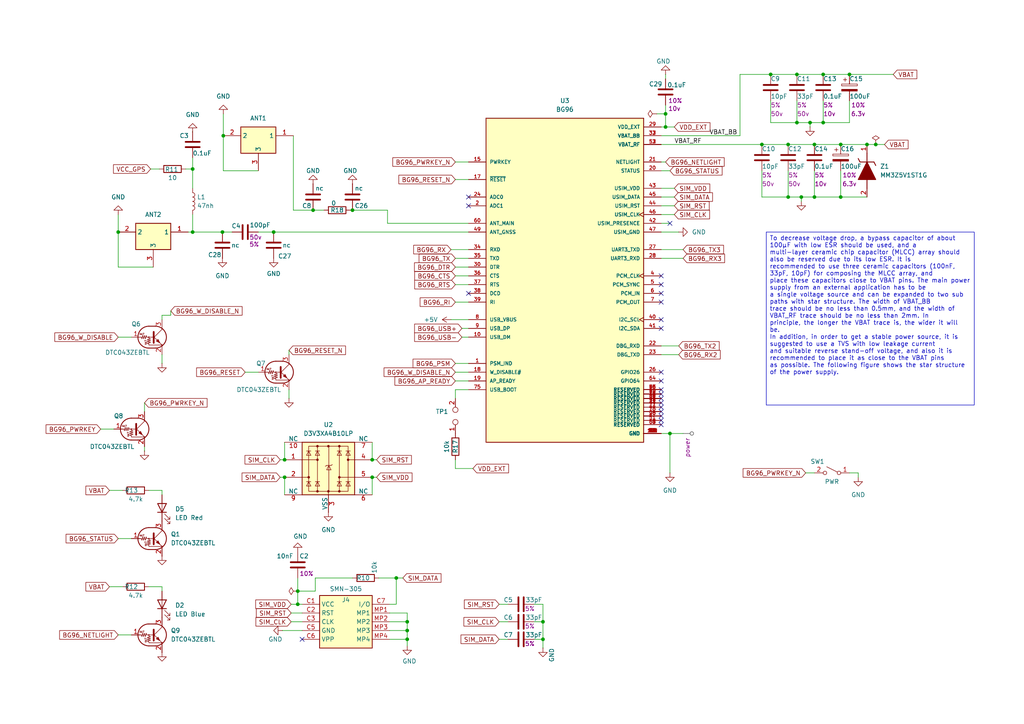
<source format=kicad_sch>
(kicad_sch (version 20231120) (generator "eeschema") (generator_version "8.0")
  (paper "A4")
  (title_block (title "Ivor GPS Tracker") (date "2024-08-24") (rev "1.5"))
  (junction (at 79.375 67.31))
  (junction (at 246.38 21.59))
  (junction (at 34.29 67.31))
  (junction (at 157.48 185.42))
  (junction (at 107.95 138.43))
  (junction (at 64.516 67.31))
  (junction (at 236.22 41.91))
  (junction (at 90.805 60.96))
  (junction (at 231.14 35.56))
  (junction (at 157.48 180.34))
  (junction (at 82.55 138.43))
  (junction (at 254 41.91))
  (junction (at 64.77 39.37))
  (junction (at 86.36 175.26))
  (junction (at 118.11 180.34))
  (junction (at 102.235 60.96))
  (junction (at 236.22 57.15))
  (junction (at 194.31 125.73))
  (junction (at 193.04 36.83))
  (junction (at 228.6 57.15))
  (junction (at 114.935 167.64))
  (junction (at 231.14 21.59))
  (junction (at 251.46 41.91))
  (junction (at 243.84 57.15))
  (junction (at 232.41 57.15))
  (junction (at 86.36 171.45))
  (junction (at 107.95 133.35))
  (junction (at 238.76 35.56))
  (junction (at 193.04 33.02))
  (junction (at 82.55 133.35))
  (junction (at 243.84 41.91))
  (junction (at 55.88 67.31))
  (junction (at 118.11 182.88))
  (junction (at 238.76 21.59))
  (junction (at 234.95 35.56))
  (junction (at 118.11 185.42))
  (junction (at 223.52 21.59))
  (junction (at 228.6 41.91))
  (junction (at 220.98 41.91))
  (junction (at 55.88 49.022))
  (no_connect (at 191.77 92.71))
  (no_connect (at 87.63 185.42))
  (no_connect (at 191.77 116.84))
  (no_connect (at 135.89 85.09))
  (no_connect (at 191.77 85.09))
  (no_connect (at 191.77 113.03))
  (no_connect (at 191.77 114.3))
  (no_connect (at 191.77 82.55))
  (no_connect (at 191.77 118.11))
  (no_connect (at 191.77 80.01))
  (no_connect (at 191.77 87.63))
  (no_connect (at 191.77 123.19))
  (no_connect (at 191.77 95.25))
  (no_connect (at 191.77 115.57))
  (no_connect (at 191.77 121.92))
  (no_connect (at 191.77 110.49))
  (no_connect (at 191.77 120.65))
  (no_connect (at 135.89 59.69))
  (no_connect (at 191.77 119.38))
  (no_connect (at 191.77 107.95))
  (no_connect (at 194.31 64.77))
  (no_connect (at 135.89 57.15))
  (wire (pts (xy 194.31 125.73) (xy 191.77 125.73)))
  (wire (pts (xy 196.85 100.33) (xy 191.77 100.33)))
  (wire (pts (xy 118.11 182.88) (xy 118.11 185.42)))
  (wire (pts (xy 154.94 175.26) (xy 157.48 175.26)))
  (wire (pts (xy 198.12 74.93) (xy 191.77 74.93)))
  (wire (pts (xy 34.29 62.23) (xy 34.29 67.31)))
  (wire (pts (xy 130.81 92.71) (xy 135.89 92.71)))
  (wire (pts (xy 238.76 29.21) (xy 238.76 35.56)))
  (wire (pts (xy 135.89 95.25) (xy 133.985 95.25)))
  (wire (pts (xy 84.455 180.34) (xy 87.63 180.34)))
  (wire (pts (xy 118.11 177.8) (xy 118.11 180.34)))
  (wire (pts (xy 234.95 35.56) (xy 238.76 35.56)))
  (wire (pts (xy 86.36 171.45) (xy 86.36 175.26)))
  (wire (pts (xy 81.28 138.43) (xy 82.55 138.43)))
  (wire (pts (xy 236.22 41.91) (xy 243.84 41.91)))
  (wire (pts (xy 114.935 175.26) (xy 113.03 175.26)))
  (wire (pts (xy 234.95 36.83) (xy 234.95 35.56)))
  (wire (pts (xy 31.75 142.24) (xy 35.56 142.24)))
  (wire (pts (xy 112.395 64.77) (xy 135.89 64.77)))
  (wire (pts (xy 53.848 49.022) (xy 55.88 49.022)))
  (wire (pts (xy 55.88 62.23) (xy 55.88 67.31)))
  (wire (pts (xy 228.6 49.53) (xy 228.6 57.15)))
  (wire (pts (xy 114.935 167.64) (xy 114.935 175.26)))
  (wire (pts (xy 109.22 133.35) (xy 107.95 133.35)))
  (wire (pts (xy 191.77 49.53) (xy 194.31 49.53)))
  (wire (pts (xy 154.94 185.42) (xy 157.48 185.42)))
  (wire (pts (xy 64.516 67.31) (xy 67.31 67.31)))
  (wire (pts (xy 214.63 21.59) (xy 214.63 39.37)))
  (wire (pts (xy 223.52 29.21) (xy 223.52 35.56)))
  (wire (pts (xy 107.95 128.27) (xy 107.95 133.35)))
  (wire (pts (xy 79.375 67.31) (xy 74.93 67.31)))
  (wire (pts (xy 113.03 177.8) (xy 118.11 177.8)))
  (wire (pts (xy 214.63 21.59) (xy 223.52 21.59)))
  (wire (pts (xy 251.46 57.15) (xy 243.84 57.15)))
  (wire (pts (xy 191.77 41.91) (xy 220.98 41.91)))
  (wire (pts (xy 243.84 41.91) (xy 251.46 41.91)))
  (wire (pts (xy 132.08 135.89) (xy 132.08 133.35)))
  (wire (pts (xy 223.52 35.56) (xy 231.14 35.56)))
  (wire (pts (xy 109.22 138.43) (xy 107.95 138.43)))
  (wire (pts (xy 46.99 102.87) (xy 46.99 105.41)))
  (wire (pts (xy 43.18 142.24) (xy 46.99 142.24)))
  (wire (pts (xy 191.77 46.99) (xy 193.04 46.99)))
  (wire (pts (xy 154.94 180.34) (xy 157.48 180.34)))
  (wire (pts (xy 84.455 175.26) (xy 86.36 175.26)))
  (wire (pts (xy 193.04 33.02) (xy 193.04 36.83)))
  (wire (pts (xy 64.77 33.02) (xy 64.77 39.37)))
  (wire (pts (xy 31.75 170.18) (xy 35.56 170.18)))
  (wire (pts (xy 191.77 54.61) (xy 195.58 54.61)))
  (wire (pts (xy 194.31 125.73) (xy 194.31 137.16)))
  (wire (pts (xy 191.77 59.69) (xy 195.58 59.69)))
  (wire (pts (xy 231.14 29.21) (xy 231.14 35.56)))
  (wire (pts (xy 246.38 21.59) (xy 259.08 21.59)))
  (wire (pts (xy 233.68 137.16) (xy 236.22 137.16)))
  (wire (pts (xy 132.08 115.57) (xy 132.08 113.03)))
  (wire (pts (xy 251.46 41.91) (xy 254 41.91)))
  (wire (pts (xy 79.375 67.31) (xy 135.89 67.31)))
  (wire (pts (xy 116.84 167.64) (xy 114.935 167.64)))
  (wire (pts (xy 132.08 87.63) (xy 135.89 87.63)))
  (wire (pts (xy 46.99 170.18) (xy 46.99 171.45)))
  (wire (pts (xy 135.89 97.79) (xy 133.985 97.79)))
  (wire (pts (xy 132.08 77.47) (xy 135.89 77.47)))
  (wire (pts (xy 144.78 175.26) (xy 147.32 175.26)))
  (wire (pts (xy 91.44 171.45) (xy 86.36 171.45)))
  (wire (pts (xy 54.61 67.31) (xy 55.88 67.31)))
  (wire (pts (xy 34.29 156.21) (xy 38.1 156.21)))
  (wire (pts (xy 113.03 182.88) (xy 118.11 182.88)))
  (wire (pts (xy 220.98 49.53) (xy 220.98 57.15)))
  (wire (pts (xy 130.81 72.39) (xy 135.89 72.39)))
  (wire (pts (xy 191.77 36.83) (xy 193.04 36.83)))
  (wire (pts (xy 64.77 39.37) (xy 64.77 49.53)))
  (wire (pts (xy 193.04 21.59) (xy 193.04 22.86)))
  (wire (pts (xy 246.38 35.56) (xy 246.38 29.21)))
  (wire (pts (xy 83.82 115.57) (xy 83.82 113.03)))
  (wire (pts (xy 231.14 35.56) (xy 234.95 35.56)))
  (wire (pts (xy 132.08 52.07) (xy 135.89 52.07)))
  (wire (pts (xy 46.99 91.44) (xy 46.99 92.71)))
  (wire (pts (xy 232.41 58.42) (xy 232.41 57.15)))
  (wire (pts (xy 71.12 107.95) (xy 74.93 107.95)))
  (wire (pts (xy 254 41.91) (xy 256.54 41.91)))
  (wire (pts (xy 83.82 101.6) (xy 83.82 102.87)))
  (wire (pts (xy 220.98 57.15) (xy 228.6 57.15)))
  (wire (pts (xy 81.915 182.88) (xy 87.63 182.88)))
  (wire (pts (xy 144.78 180.34) (xy 147.32 180.34)))
  (wire (pts (xy 85.09 39.37) (xy 85.09 60.96)))
  (wire (pts (xy 243.84 49.53) (xy 243.84 57.15)))
  (wire (pts (xy 194.31 64.77) (xy 191.77 64.77)))
  (wire (pts (xy 101.6 60.96) (xy 102.235 60.96)))
  (wire (pts (xy 198.12 125.73) (xy 194.31 125.73)))
  (wire (pts (xy 118.11 180.34) (xy 118.11 182.88)))
  (wire (pts (xy 29.21 124.46) (xy 33.02 124.46)))
  (wire (pts (xy 193.04 30.48) (xy 193.04 33.02)))
  (wire (pts (xy 43.18 170.18) (xy 46.99 170.18)))
  (wire (pts (xy 132.08 110.49) (xy 135.89 110.49)))
  (wire (pts (xy 132.08 46.99) (xy 135.89 46.99)))
  (wire (pts (xy 90.805 60.96) (xy 93.98 60.96)))
  (wire (pts (xy 238.76 21.59) (xy 246.38 21.59)))
  (wire (pts (xy 43.688 49.022) (xy 46.228 49.022)))
  (wire (pts (xy 190.5 33.02) (xy 193.04 33.02)))
  (wire (pts (xy 85.09 60.96) (xy 90.805 60.96)))
  (wire (pts (xy 246.38 137.16) (xy 248.92 137.16)))
  (wire (pts (xy 236.22 57.15) (xy 243.84 57.15)))
  (wire (pts (xy 41.91 130.81) (xy 41.91 129.54)))
  (wire (pts (xy 132.08 135.89) (xy 137.16 135.89)))
  (wire (pts (xy 84.455 177.8) (xy 87.63 177.8)))
  (wire (pts (xy 196.85 102.87) (xy 191.77 102.87)))
  (wire (pts (xy 107.95 138.43) (xy 107.95 143.51)))
  (wire (pts (xy 55.88 38.1) (xy 55.88 38.354)))
  (wire (pts (xy 55.88 45.72) (xy 55.88 49.022)))
  (wire (pts (xy 82.55 128.27) (xy 82.55 133.35)))
  (wire (pts (xy 86.36 167.64) (xy 86.36 171.45)))
  (wire (pts (xy 198.12 72.39) (xy 191.77 72.39)))
  (wire (pts (xy 49.53 91.44) (xy 46.99 91.44)))
  (wire (pts (xy 223.52 21.59) (xy 231.14 21.59)))
  (wire (pts (xy 102.235 60.96) (xy 112.395 60.96)))
  (wire (pts (xy 34.29 67.31) (xy 34.29 77.47)))
  (wire (pts (xy 34.29 184.15) (xy 38.1 184.15)))
  (wire (pts (xy 232.41 57.15) (xy 236.22 57.15)))
  (wire (pts (xy 34.29 97.79) (xy 38.1 97.79)))
  (wire (pts (xy 157.48 185.42) (xy 157.48 187.96)))
  (wire (pts (xy 113.03 185.42) (xy 118.11 185.42)))
  (wire (pts (xy 132.08 113.03) (xy 135.89 113.03)))
  (wire (pts (xy 91.44 167.64) (xy 91.44 171.45)))
  (wire (pts (xy 132.08 74.93) (xy 135.89 74.93)))
  (wire (pts (xy 191.77 67.31) (xy 196.85 67.31)))
  (wire (pts (xy 191.77 39.37) (xy 214.63 39.37)))
  (wire (pts (xy 228.6 41.91) (xy 236.22 41.91)))
  (wire (pts (xy 82.55 138.43) (xy 82.55 143.51)))
  (wire (pts (xy 132.08 107.95) (xy 135.89 107.95)))
  (wire (pts (xy 55.88 49.022) (xy 55.88 54.61)))
  (wire (pts (xy 34.29 77.47) (xy 44.45 77.47)))
  (wire (pts (xy 112.395 60.96) (xy 112.395 64.77)))
  (wire (pts (xy 191.77 62.23) (xy 195.58 62.23)))
  (wire (pts (xy 109.855 167.64) (xy 114.935 167.64)))
  (wire (pts (xy 157.48 180.34) (xy 157.48 185.42)))
  (wire (pts (xy 81.28 133.35) (xy 82.55 133.35)))
  (wire (pts (xy 132.08 105.41) (xy 135.89 105.41)))
  (wire (pts (xy 191.77 57.15) (xy 195.58 57.15)))
  (wire (pts (xy 248.92 137.16) (xy 248.92 138.43)))
  (wire (pts (xy 102.235 167.64) (xy 91.44 167.64)))
  (wire (pts (xy 144.78 185.42) (xy 147.32 185.42)))
  (wire (pts (xy 49.53 90.17) (xy 49.53 91.44)))
  (wire (pts (xy 231.14 21.59) (xy 238.76 21.59)))
  (wire (pts (xy 132.08 82.55) (xy 135.89 82.55)))
  (wire (pts (xy 64.77 49.53) (xy 74.93 49.53)))
  (wire (pts (xy 236.22 49.53) (xy 236.22 57.15)))
  (wire (pts (xy 46.99 142.24) (xy 46.99 143.51)))
  (wire (pts (xy 41.91 116.84) (xy 41.91 119.38)))
  (wire (pts (xy 86.36 175.26) (xy 87.63 175.26)))
  (wire (pts (xy 55.88 67.31) (xy 64.516 67.31)))
  (wire (pts (xy 220.98 41.91) (xy 228.6 41.91)))
  (wire (pts (xy 132.08 80.01) (xy 135.89 80.01)))
  (wire (pts (xy 238.76 35.56) (xy 246.38 35.56)))
  (wire (pts (xy 113.03 180.34) (xy 118.11 180.34)))
  (wire (pts (xy 157.48 175.26) (xy 157.48 180.34)))
  (wire (pts (xy 228.6 57.15) (xy 232.41 57.15)))
  (wire (pts (xy 118.11 185.42) (xy 118.11 187.325)))
  (wire (pts (xy 193.04 36.83) (xy 195.58 36.83)))
  (text_box "To decrease voltage drop, a bypass capacitor of about 100μF with low ESR should be used, and a\nmulti-layer ceramic chip capacitor (MLCC) array should also be reserved due to its low ESR. It is\nrecommended to use three ceramic capacitors (100nF, 33pF, 10pF) for composing the MLCC array, and\nplace these capacitors close to VBAT pins. The main power supply from an external application has to be\na single voltage source and can be expanded to two sub paths with star structure. The width of VBAT_BB\ntrace should be no less than 0.5mm, and the width of VBAT_RF trace should be no less than 2mm. In\nprinciple, the longer the VBAT trace is, the wider it will be.\nIn addition, in order to get a stable power source, it is suggested to use a TVS with low leakage current\nand suitable reverse stand-off voltage, and also it is recommended to place it as close to the VBAT pins\nas possible. The following figure shows the star structure of the power supply." (at 222.25 67.31 0) (size 60.325 50.165) (effects (font (size 1.27 1.27)) (justify left top)))
  (label "VBAT_RF" (at 195.58 41.91 0))
  (label "VBAT_BB" (at 205.74 39.37 0))
  (global_label "BG96_W_DISABLE_N" (shape input) (at 49.53 90.17 0) (property "Intersheetrefs" "${INTERSHEET_REFS}" (effects (hide yes))))
  (global_label "BG96_USB+" (shape input) (at 133.985 95.25 180) (property "Intersheetrefs" "${INTERSHEET_REFS}" (effects (hide yes))))
  (global_label "BG96_NETLIGHT" (shape input) (at 193.04 46.99 0) (property "Intersheetrefs" "${INTERSHEET_REFS}" (effects (hide yes))))
  (global_label "VBAT" (shape input) (at 256.54 41.91 0) (property "Intersheetrefs" "${INTERSHEET_REFS}" (effects (hide yes))))
  (global_label "BG96_TX3" (shape input) (at 198.12 72.39 0) (property "Intersheetrefs" "${INTERSHEET_REFS}" (effects (hide yes))))
  (global_label "SIM_RST" (shape input) (at 109.22 133.35 0) (property "Intersheetrefs" "${INTERSHEET_REFS}" (effects (hide yes))))
  (global_label "SIM_RST" (shape input) (at 84.455 177.8 180) (property "Intersheetrefs" "${INTERSHEET_REFS}" (effects (hide yes))))
  (global_label "VDD_EXT" (shape input) (at 137.16 135.89 0) (property "Intersheetrefs" "${INTERSHEET_REFS}" (effects (hide yes))))
  (global_label "VBAT" (shape input) (at 31.75 142.24 180) (property "Intersheetrefs" "${INTERSHEET_REFS}" (effects (hide yes))))
  (global_label "SIM_CLK" (shape input) (at 195.58 62.23 0) (property "Intersheetrefs" "${INTERSHEET_REFS}" (effects (hide yes))))
  (global_label "BG96_RESET_N" (shape input) (at 83.82 101.6 0) (property "Intersheetrefs" "${INTERSHEET_REFS}" (effects (hide yes))))
  (global_label "BG96_RI" (shape input) (at 132.08 87.63 180) (property "Intersheetrefs" "${INTERSHEET_REFS}" (effects (hide yes))))
  (global_label "SIM_VDD" (shape input) (at 109.22 138.43 0) (property "Intersheetrefs" "${INTERSHEET_REFS}" (effects (hide yes))))
  (global_label "SIM_RST" (shape input) (at 144.78 175.26 180) (property "Intersheetrefs" "${INTERSHEET_REFS}" (effects (hide yes))))
  (global_label "SIM_DATA" (shape input) (at 116.84 167.64 0) (property "Intersheetrefs" "${INTERSHEET_REFS}" (effects (hide yes))))
  (global_label "BG96_NETLIGHT" (shape input) (at 34.29 184.15 180) (property "Intersheetrefs" "${INTERSHEET_REFS}" (effects (hide yes))))
  (global_label "BG96_RESET" (shape input) (at 71.12 107.95 180) (property "Intersheetrefs" "${INTERSHEET_REFS}" (effects (hide yes))))
  (global_label "BG96_W_DISABLE" (shape input) (at 34.29 97.79 180) (property "Intersheetrefs" "${INTERSHEET_REFS}" (effects (hide yes))))
  (global_label "SIM_DATA" (shape input) (at 195.58 57.15 0) (property "Intersheetrefs" "${INTERSHEET_REFS}" (effects (hide yes))))
  (global_label "BG96_CTS" (shape input) (at 132.08 80.01 180) (property "Intersheetrefs" "${INTERSHEET_REFS}" (effects (hide yes))))
  (global_label "BG96_PWRKEY" (shape input) (at 29.21 124.46 180) (property "Intersheetrefs" "${INTERSHEET_REFS}" (effects (hide yes))))
  (global_label "BG96_PWRKEY_N" (shape input) (at 132.08 46.99 180) (property "Intersheetrefs" "${INTERSHEET_REFS}" (effects (hide yes))))
  (global_label "BG96_RX2" (shape input) (at 196.85 102.87 0) (property "Intersheetrefs" "${INTERSHEET_REFS}" (effects (hide yes))))
  (global_label "SIM_CLK" (shape input) (at 81.28 133.35 180) (property "Intersheetrefs" "${INTERSHEET_REFS}" (effects (hide yes))))
  (global_label "BG96_PWRKEY_N" (shape input) (at 41.91 116.84 0) (property "Intersheetrefs" "${INTERSHEET_REFS}" (effects (hide yes))))
  (global_label "BG96_STATUS" (shape input) (at 194.31 49.53 0) (property "Intersheetrefs" "${INTERSHEET_REFS}" (effects (hide yes))))
  (global_label "SIM_CLK" (shape input) (at 144.78 180.34 180) (property "Intersheetrefs" "${INTERSHEET_REFS}" (effects (hide yes))))
  (global_label "BG96_AP_READY" (shape input) (at 132.08 110.49 180) (property "Intersheetrefs" "${INTERSHEET_REFS}" (effects (hide yes))))
  (global_label "BG96_USB-" (shape input) (at 133.985 97.79 180) (property "Intersheetrefs" "${INTERSHEET_REFS}" (effects (hide yes))))
  (global_label "SIM_VDD" (shape input) (at 84.455 175.26 180) (property "Intersheetrefs" "${INTERSHEET_REFS}" (effects (hide yes))))
  (global_label "VBAT" (shape input) (at 31.75 170.18 180) (property "Intersheetrefs" "${INTERSHEET_REFS}" (effects (hide yes))))
  (global_label "BG96_DTR" (shape input) (at 132.08 77.47 180) (property "Intersheetrefs" "${INTERSHEET_REFS}" (effects (hide yes))))
  (global_label "BG96_PSM" (shape input) (at 132.08 105.41 180) (property "Intersheetrefs" "${INTERSHEET_REFS}" (effects (hide yes))))
  (global_label "BG96_PWRKEY_N" (shape input) (at 233.68 137.16 180) (property "Intersheetrefs" "${INTERSHEET_REFS}" (effects (hide yes))))
  (global_label "SIM_RST" (shape input) (at 195.58 59.69 0) (property "Intersheetrefs" "${INTERSHEET_REFS}" (effects (hide yes))))
  (global_label "BG96_RX3" (shape input) (at 198.12 74.93 0) (property "Intersheetrefs" "${INTERSHEET_REFS}" (effects (hide yes))))
  (global_label "SIM_CLK" (shape input) (at 84.455 180.34 180) (property "Intersheetrefs" "${INTERSHEET_REFS}" (effects (hide yes))))
  (global_label "SIM_VDD" (shape input) (at 195.58 54.61 0) (property "Intersheetrefs" "${INTERSHEET_REFS}" (effects (hide yes))))
  (global_label "BG96_RTS" (shape input) (at 132.08 82.55 180) (property "Intersheetrefs" "${INTERSHEET_REFS}" (effects (hide yes))))
  (global_label "BG96_RX" (shape input) (at 130.81 72.39 180) (property "Intersheetrefs" "${INTERSHEET_REFS}" (effects (hide yes))))
  (global_label "VCC_GPS" (shape input) (at 43.688 49.022 180) (property "Intersheetrefs" "${INTERSHEET_REFS}" (effects (hide yes))))
  (global_label "BG96_RESET_N" (shape input) (at 132.08 52.07 180) (property "Intersheetrefs" "${INTERSHEET_REFS}" (effects (hide yes))))
  (global_label "SIM_DATA" (shape input) (at 81.28 138.43 180) (property "Intersheetrefs" "${INTERSHEET_REFS}" (effects (hide yes))))
  (global_label "BG96_TX" (shape input) (at 132.08 74.93 180) (property "Intersheetrefs" "${INTERSHEET_REFS}" (effects (hide yes))))
  (global_label "BG96_STATUS" (shape input) (at 34.29 156.21 180) (property "Intersheetrefs" "${INTERSHEET_REFS}" (effects (hide yes))))
  (global_label "BG96_TX2" (shape input) (at 196.85 100.33 0) (property "Intersheetrefs" "${INTERSHEET_REFS}" (effects (hide yes))))
  (global_label "SIM_DATA" (shape input) (at 144.78 185.42 180) (property "Intersheetrefs" "${INTERSHEET_REFS}" (effects (hide yes))))
  (global_label "VBAT" (shape input) (at 259.08 21.59 0) (property "Intersheetrefs" "${INTERSHEET_REFS}" (effects (hide yes))))
  (global_label "BG96_W_DISABLE_N" (shape input) (at 132.08 107.95 180) (property "Intersheetrefs" "${INTERSHEET_REFS}" (effects (hide yes))))
  (global_label "VDD_EXT" (shape input) (at 195.58 36.83 0) (property "Intersheetrefs" "${INTERSHEET_REFS}" (effects (hide yes))))
  (netclass_flag "" (length 2.54) (shape round) (at 198.12 125.73 270) (property "Netclass" "power" (at 199.39 127 90) (effects (font (italic yes)) (justify right))))
  (symbol (lib_id "Device:C") (at 90.805 57.15 0) (unit 1)
    (property "Reference" "C8" (at 87.63 59.69 0) (effects (justify left)))
    (property "Value" "nc" (at 91.44 54.61 0) (effects (justify left)))
    (property "Footprint" "Capacitor_SMD:C_0402_1005Metric" (effects (hide yes)))
    (property "Tolerance" "5%" (effects (hide yes)))
    (property "Voltage" "50v" (effects (hide yes)))
    (property "LCSC" "C1525" (effects (hide yes)))
    (instances (project "tracker" (path "" (reference "C8") (unit 1))) (project "tracker-pcb" (path "" (reference "C?") (unit 1))))
  )
  (symbol (lib_id "Device:C_Polarized") (at 246.38 25.4 0) (unit 1)
    (property "Reference" "C15" (at 246.38 22.86 0) (effects (justify left)))
    (property "Value" "100uF" (at 246.38 27.94 0) (effects (justify left)))
    (property "Footprint" "Capacitor_Tantalum_SMD:CP_EIA-3528-21_Kemet-B" (effects (hide yes)))
    (property "Tolerance" "10%" (at 248.92 30.48 0))
    (property "Voltage" "6.3v" (at 248.92 33.02 0))
    (property "LCSC" "C782156" (effects (hide yes)))
    (instances (project "tracker" (path "" (reference "C15") (unit 1))) (project "tracker-pcb" (path "" (reference "C?") (unit 1))))
  )
  (symbol (lib_id "Device:C_Polarized") (at 243.84 45.72 0) (unit 1)
    (property "Reference" "C16" (at 243.84 43.18 0) (effects (justify left)))
    (property "Value" "100uF" (at 243.84 48.26 0) (effects (justify left)))
    (property "Footprint" "Capacitor_Tantalum_SMD:CP_EIA-3528-21_Kemet-B" (effects (hide yes)))
    (property "Tolerance" "10%" (at 246.38 50.8 0))
    (property "Voltage" "6.3v" (at 246.38 53.34 0))
    (property "LCSC" "C782156" (effects (hide yes)))
    (instances (project "tracker" (path "" (reference "C16") (unit 1))) (project "tracker-pcb" (path "" (reference "C?") (unit 1))))
  )
  (symbol (lib_id "Transistor_BJT:DTC143E") (at 44.45 156.21 0) (unit 1)
    (property "Reference" "Q1" (at 49.53 154.94 0) (effects (justify left)))
    (property "Value" "DTC043ZEBTL" (at 49.53 157.48 0) (effects (justify left)))
    (property "Footprint" "components:SOTFL50P160X85-3N" (effects (hide yes)))
    (property "LCSC" "C96459" (effects (hide yes)))
  )
  (symbol (lib_id "U_FL-R-SMT-1_10_:U.FL-R-SMT-1_10_") (at 54.61 67.31 180) (unit 1)
    (property "Reference" "ANT2" (at 44.45 62.23 0))
    (property "Value" "U.FL-R-SMT-1_10_" (effects (hide yes)))
    (property "Footprint" "components:RF-SMD_FRF05002-JSS103M" (effects (hide yes)))
    (property "Datasheet" "https://www.hirose.com/product/document?clcode=CL0331-0472-2-10&productname=U.FL-R-SMT-1(10)&series=U.FL&documenttype=2DDrawing&lang=en&documentid=0000940684" (effects (hide yes)))
    (property "Mouser Part Number" "798-U.FL-R-SMT-110" (effects (hide yes)))
    (property "Mouser Price/Stock" "https://www.mouser.co.uk/ProductDetail/Hirose-Connector/U.FL-R-SMT-110?qs=kL1ClTr6oBoOdtqlGQpQrQ%3D%3D" (effects (hide yes)))
    (property "Manufacturer_Name" "Hirose" (effects (hide yes)))
    (property "Manufacturer_Part_Number" "U.FL-R-SMT-1(10)" (effects (hide yes)))
    (property "LCSC" "C88374" (effects (hide yes)))
    (instances (project "tracker" (path "" (reference "ANT2") (unit 1))) (project "tracker-pcb" (path "" (reference "J?") (unit 1))))
  )
  (symbol (lib_id "power:GND") (at 234.95 36.83 0) (unit 1)
    (property "Reference" "#PWR029" (effects (hide yes)))
    (property "Value" "GND" (effects (hide yes)))
    (property "Description" "Power symbol creates a global label with name \"GND\" , ground" (effects (hide yes)))
    (instances (project "tracker" (path "" (reference "#PWR029") (unit 1))) (project "tracker-pcb" (path "" (reference "#PWR?") (unit 1)) (path "" (reference "#PWR?") (unit 1))))
  )
  (symbol (lib_id "Device:C") (at 231.14 25.4 0) (unit 1)
    (property "Reference" "C11" (at 231.14 22.86 0) (effects (justify left)))
    (property "Value" "33pF" (at 231.14 27.94 0) (effects (justify left)))
    (property "Footprint" "Capacitor_SMD:C_0402_1005Metric" (effects (hide yes)))
    (property "Tolerance" "5%" (at 231.14 30.48 0) (effects (justify left)))
    (property "Voltage" "50v" (at 231.14 33.02 0) (effects (justify left)))
    (property "LCSC" "C1562" (effects (hide yes)))
    (instances (project "tracker" (path "" (reference "C11") (unit 1))) (project "tracker-pcb" (path "" (reference "C?") (unit 1))))
  )
  (symbol (lib_id "power:GND") (at 46.99 161.29 0) (unit 1)
    (property "Reference" "#PWR047" (effects (hide yes)))
    (property "Value" "GND" (effects (hide yes)))
    (property "Description" "Power symbol creates a global label with name \"GND\" , ground" (effects (hide yes)))
  )
  (symbol (lib_id "power:GND") (at 157.48 187.96 0) (unit 1)
    (property "Reference" "#PWR023" (effects (hide yes)))
    (property "Value" "GND" (at 160.02 187.96 90) (effects (justify right)))
    (property "Description" "Power symbol creates a global label with name \"GND\" , ground" (effects (hide yes)))
    (instances (project "tracker" (path "" (reference "#PWR023") (unit 1))) (project "tracker-pcb" (path "" (reference "#PWR?") (unit 1)) (path "" (reference "#PWR?") (unit 1))))
  )
  (symbol (lib_id "Device:C") (at 238.76 25.4 0) (unit 1)
    (property "Reference" "C13" (at 238.76 22.86 0) (effects (justify left)))
    (property "Value" "0.1uF" (at 238.76 27.94 0) (effects (justify left)))
    (property "Footprint" "Capacitor_SMD:C_0402_1005Metric" (effects (hide yes)))
    (property "Tolerance" "5%" (at 238.76 30.48 0) (effects (justify left)))
    (property "Voltage" "10v" (at 238.76 33.02 0) (effects (justify left)))
    (property "LCSC" "C1525" (effects (hide yes)))
    (instances (project "tracker" (path "" (reference "C13") (unit 1))) (project "tracker-pcb" (path "" (reference "C?") (unit 1))))
  )
  (symbol (lib_id "Device:R") (at 39.37 142.24 270) (unit 1)
    (property "Reference" "R13" (at 38.1 142.24 90))
    (property "Value" "4.7k" (at 39.37 144.78 90))
    (property "Footprint" "Resistor_SMD:R_0402_1005Metric" (effects (hide yes)))
    (property "LCSC" "C25900" (effects (hide yes)))
  )
  (symbol (lib_id "power:GND") (at 46.99 189.23 0) (unit 1)
    (property "Reference" "#PWR022" (effects (hide yes)))
    (property "Value" "GND" (effects (hide yes)))
    (property "Description" "Power symbol creates a global label with name \"GND\" , ground" (effects (hide yes)))
    (instances (project "tracker" (path "" (reference "#PWR022") (unit 1))) (project "tracker-pcb" (path "" (reference "#PWR?") (unit 1)) (path "" (reference "#PWR?") (unit 1))))
  )
  (symbol (lib_id "Device:LED") (at 46.99 175.26 90) (unit 1)
    (property "Reference" "D2" (at 50.8 175.5775 90) (effects (justify right)))
    (property "Value" "LED Blue" (at 50.8 178.1175 90) (effects (justify right)))
    (property "Footprint" "LED_SMD:LED_0402_1005Metric" (effects (hide yes)))
    (property "LCSC" "C131223" (effects (hide yes)))
    (instances (project "tracker" (path "" (reference "D2") (unit 1))) (project "tracker-pcb" (path "" (reference "D?") (unit 1)) (path "" (reference "D?") (unit 1))))
  )
  (symbol (lib_id "Device:R") (at 106.045 167.64 90) (unit 1)
    (property "Reference" "R10" (at 107.315 167.64 90) (effects (justify left)))
    (property "Value" "10k" (at 108.585 166.37 0) (effects (justify left)))
    (property "Footprint" "Resistor_SMD:R_0402_1005Metric" (effects (hide yes)))
    (property "LCSC" "C25744" (effects (hide yes)))
    (instances (project "tracker" (path "" (reference "R10") (unit 1))) (project "tracker-pcb" (path "" (reference "R?") (unit 1)) (path "" (reference "R?") (unit 1))))
  )
  (symbol (lib_id "Transistor_BJT:DTC143E") (at 81.28 107.95 0) (unit 1)
    (property "Reference" "Q7" (at 74.295 105.41 0) (effects (justify left)))
    (property "Value" "DTC043ZEBTL" (at 68.58 113.03 0) (effects (justify left)))
    (property "Footprint" "components:SOTFL50P160X85-3N" (effects (hide yes)))
    (property "LCSC" "C96459" (effects (hide yes)))
    (instances (project "tracker" (path "" (reference "Q7") (unit 1))) (project "tracker-pcb" (path "" (reference "Q?") (unit 1)) (path "" (reference "Q?") (unit 1)) (path "" (reference "Q?") (unit 1))))
  )
  (symbol (lib_id "BG96:BG96") (at 163.83 80.01 0) (unit 1)
    (property "Reference" "U3" (at 163.83 29.21 0))
    (property "Value" "BG96" (at 163.83 31.75 0))
    (property "Footprint" "RF_GSM:Quectel_BG96" (effects (hide yes)))
    (property "Description" "LTE Cat M1/Cat NB1/EGPRS module; 26.5mm 22.5mm 2.3mm; 3.1g; LGA package; Max. 375Kbps downlink and uplink; Extended temperature range of -40C to +85C." (effects (hide yes)))
    (property "MF" "Quectel" (effects (hide yes)))
    (property "MAXIMUM_PACKAGE_HEIGHT" "2.5mm" (effects (hide yes)))
    (property "Package" "Custom Quectel" (effects (hide yes)))
    (property "Price" "None" (effects (hide yes)))
    (property "Check_prices" "https://www.snapeda.com/parts/BG96/Quectel/view-part/?ref=eda" (effects (hide yes)))
    (property "STANDARD" "Manufacturer Recommendations" (effects (hide yes)))
    (property "PARTREV" "1.4" (effects (hide yes)))
    (property "SnapEDA_Link" "https://www.snapeda.com/parts/BG96/Quectel/view-part/?ref=snap" (effects (hide yes)))
    (property "MP" "BG96" (effects (hide yes)))
    (property "Availability" "In Stock" (effects (hide yes)))
    (property "MANUFACTURER" "Quectel" (effects (hide yes)))
    (property "LCSC" "C3010493" (effects (hide yes)))
    (instances (project "tracker" (path "" (reference "U3") (unit 1))) (project "tracker-pcb" (path "" (reference "U?") (unit 1)) (path "" (reference "U?") (unit 1))))
  )
  (symbol (lib_id "power:GND") (at 248.92 138.43 0) (unit 1)
    (property "Reference" "#PWR035" (effects (hide yes)))
    (property "Value" "GND" (at 248.92 143.51 0))
    (property "Description" "Power symbol creates a global label with name \"GND\" , ground" (effects (hide yes)))
  )
  (symbol (lib_id "Device:C") (at 220.98 45.72 0) (unit 1)
    (property "Reference" "C10" (at 220.98 43.18 0) (effects (justify left)))
    (property "Value" "10pF" (at 220.98 48.26 0) (effects (justify left)))
    (property "Footprint" "Capacitor_SMD:C_0402_1005Metric" (effects (hide yes)))
    (property "Tolerance" "5%" (at 220.98 50.8 0) (effects (justify left)))
    (property "Voltage" "50v" (at 220.98 53.34 0) (effects (justify left)))
    (property "LCSC" "C106199" (effects (hide yes)))
    (instances (project "tracker" (path "" (reference "C10") (unit 1))) (project "tracker-pcb" (path "" (reference "C?") (unit 1))))
  )
  (symbol (lib_id "power:PWR_FLAG") (at 86.36 171.45 90) (unit 1)
    (property "Reference" "#FLG01" (effects (hide yes)))
    (property "Value" "PWR_FLAG" (effects (hide yes)))
    (property "Description" "Special symbol for telling ERC where power comes from" (effects (hide yes)))
    (instances (project "tracker" (path "" (reference "#FLG01") (unit 1))) (project "tracker-pcb" (path "" (reference "#FLG?") (unit 1)) (path "" (reference "#FLG?") (unit 1))))
  )
  (symbol (lib_id "Device:R") (at 132.08 129.54 180) (unit 1)
    (property "Reference" "R17" (at 132.08 129.54 90))
    (property "Value" "10k" (at 129.54 129.54 90))
    (property "Footprint" "Resistor_SMD:R_0402_1005Metric" (effects (hide yes)))
    (property "LCSC" "C25900" (effects (hide yes)))
    (instances (project "tracker" (path "" (reference "R17") (unit 1))) (project "tracker-pcb" (path "" (reference "R?") (unit 1)) (path "" (reference "R?") (unit 1))))
  )
  (symbol (lib_id "Device:C") (at 55.88 41.91 0) (unit 1)
    (property "Reference" "C3" (at 52.07 39.37 0) (effects (justify left)))
    (property "Value" "0.1uF" (at 55.88 44.45 0) (effects (justify left)))
    (property "Footprint" "Capacitor_SMD:C_0402_1005Metric" (effects (hide yes)))
    (property "Tolerance" "5%" (effects (hide yes)))
    (property "Voltage" "50v" (effects (hide yes)))
    (property "LCSC" "C1525" (effects (hide yes)))
    (instances (project "tracker" (path "" (reference "C3") (unit 1))) (project "tracker-pcb" (path "" (reference "C?") (unit 1))))
  )
  (symbol (lib_id "SMN-305:SMN-305") (at 87.63 175.26 0) (unit 1)
    (property "Reference" "J4" (at 100.33 173.99 0))
    (property "Value" "SMN-305" (at 100.33 170.815 0))
    (property "Footprint" "SMN305" (effects (hide yes)))
    (property "Datasheet" "https://datasheet.lcsc.com/szlcsc/XUNPU-SMN-305_C266890.pdf" (effects (hide yes)))
    (property "Description" "6 pin 1.4h hinge nano sim card connector" (effects (hide yes)))
    (property "Height" "1.4" (effects (hide yes)))
    (property "Manufacturer_Name" "Dongguan Xunpu Electronic Technology Co., Ltd." (effects (hide yes)))
    (property "Manufacturer_Part_Number" "SMN-305" (effects (hide yes)))
    (property "LCSC" "C266890" (effects (hide yes)))
  )
  (symbol (lib_id "Transistor_BJT:DTC143E") (at 44.45 97.79 0) (unit 1)
    (property "Reference" "Q6" (at 38.1 93.98 0) (effects (justify left)))
    (property "Value" "DTC043ZEBTL" (at 30.48 102.235 0) (effects (justify left)))
    (property "Footprint" "components:SOTFL50P160X85-3N" (effects (hide yes)))
    (property "LCSC" "C96459" (effects (hide yes)))
    (instances (project "tracker" (path "" (reference "Q6") (unit 1))) (project "tracker-pcb" (path "" (reference "Q?") (unit 1)) (path "" (reference "Q?") (unit 1)) (path "" (reference "Q?") (unit 1))))
  )
  (symbol (lib_id "power:GND") (at 64.516 74.93 0) (unit 1)
    (property "Reference" "#PWR055" (effects (hide yes)))
    (property "Value" "GND" (at 64.516 80.01 0))
    (property "Description" "Power symbol creates a global label with name \"GND\" , ground" (effects (hide yes)))
    (instances (project "tracker" (path "" (reference "#PWR055") (unit 1))) (project "tracker-pcb" (path "" (reference "#PWR?") (unit 1)) (path "" (reference "#PWR?") (unit 1))))
  )
  (symbol (lib_id "Device:C") (at 71.12 67.31 90) (unit 1)
    (property "Reference" "C4" (at 69.85 65.532 90) (effects (justify left)))
    (property "Value" "100pF" (at 78.486 65.278 90) (effects (justify left)))
    (property "Footprint" "Capacitor_SMD:C_0402_1005Metric" (effects (hide yes)))
    (property "Tolerance" "5%" (at 75.184 70.866 90) (effects (justify left)))
    (property "Voltage" "50v" (at 75.946 68.834 90) (effects (justify left)))
    (property "LCSC" "C1546" (effects (hide yes)))
    (instances (project "tracker" (path "" (reference "C4") (unit 1))) (project "tracker-pcb" (path "" (reference "C?") (unit 1))))
  )
  (symbol (lib_id "power:GND") (at 118.11 187.325 0) (unit 1)
    (property "Reference" "#PWR019" (effects (hide yes)))
    (property "Value" "GND" (at 118.745 191.77 0))
    (property "Description" "Power symbol creates a global label with name \"GND\" , ground" (effects (hide yes)))
    (instances (project "tracker" (path "" (reference "#PWR019") (unit 1))) (project "tracker-pcb" (path "" (reference "#PWR?") (unit 1)) (path "" (reference "#PWR?") (unit 1))))
  )
  (symbol (lib_id "power:GND") (at 34.29 62.23 180) (unit 1)
    (property "Reference" "#PWR018" (effects (hide yes)))
    (property "Value" "GND" (at 34.29 57.15 0))
    (property "Description" "Power symbol creates a global label with name \"GND\" , ground" (effects (hide yes)))
    (instances (project "tracker" (path "" (reference "#PWR018") (unit 1))) (project "tracker-pcb" (path "" (reference "#PWR?") (unit 1)) (path "" (reference "#PWR?") (unit 1))))
  )
  (symbol (lib_id "power:GND") (at 194.31 137.16 0) (unit 1)
    (property "Reference" "#PWR028" (effects (hide yes)))
    (property "Value" "GND" (at 194.31 142.24 0))
    (property "Description" "Power symbol creates a global label with name \"GND\" , ground" (effects (hide yes)))
    (instances (project "tracker" (path "" (reference "#PWR028") (unit 1))) (project "tracker-pcb" (path "" (reference "#PWR?") (unit 1)) (path "" (reference "#PWR?") (unit 1))))
  )
  (symbol (lib_id "Power_Protection:D3V3XA4B10LP") (at 95.25 135.89 0) (unit 1)
    (property "Reference" "U2" (at 95.25 123.19 0))
    (property "Value" "D3V3XA4B10LP" (at 95.25 125.73 0))
    (property "Footprint" "Package_DFN_QFN:Diodes_UDFN-10_1.0x2.5mm_P0.5mm" (effects (hide yes)))
    (property "Datasheet" "https://www.diodes.com/assets/Datasheets/D3V3XA4B10LP.pdf" (effects (hide yes)))
    (property "LCSC" "C1980462" (effects (hide yes)))
    (instances (project "tracker" (path "" (reference "U2") (unit 1))) (project "tracker-pcb" (path "" (reference "U?") (unit 1)) (path "" (reference "U?") (unit 1))))
  )
  (symbol (lib_id "power:GND") (at 102.235 53.34 180) (unit 1)
    (property "Reference" "#PWR054" (effects (hide yes)))
    (property "Value" "GND" (at 101.6 49.53 0))
    (property "Description" "Power symbol creates a global label with name \"GND\" , ground" (effects (hide yes)))
    (instances (project "tracker" (path "" (reference "#PWR054") (unit 1))) (project "tracker-pcb" (path "" (reference "#PWR?") (unit 1)) (path "" (reference "#PWR?") (unit 1))))
  )
  (symbol (lib_id "power:GND") (at 81.915 182.88 270) (unit 1)
    (property "Reference" "#PWR013" (effects (hide yes)))
    (property "Value" "GND" (at 81.915 185.42 90) (effects (justify right)))
    (property "Description" "Power symbol creates a global label with name \"GND\" , ground" (effects (hide yes)))
    (instances (project "tracker" (path "" (reference "#PWR013") (unit 1))) (project "tracker-pcb" (path "" (reference "#PWR?") (unit 1)) (path "" (reference "#PWR?") (unit 1))))
  )
  (symbol (lib_id "Device:R") (at 39.37 170.18 270) (unit 1)
    (property "Reference" "R12" (at 38.1 170.18 90))
    (property "Value" "4.7k" (at 39.37 172.72 90))
    (property "Footprint" "Resistor_SMD:R_0402_1005Metric" (effects (hide yes)))
    (property "LCSC" "C25900" (effects (hide yes)))
    (instances (project "tracker" (path "" (reference "R12") (unit 1))) (project "tracker-pcb" (path "" (reference "R?") (unit 1)) (path "" (reference "R?") (unit 1))))
  )
  (symbol (lib_id "Switch:SW_SPST") (at 241.3 137.16 0) (mirror y) (unit 1)
    (property "Reference" "SW1" (at 237.109 133.858 0))
    (property "Value" "PWR" (at 241.3 139.7 0))
    (property "Footprint" "footprints:KEY-SMD_B3U-1000PM" (effects (hide yes)))
    (property "LCSC" "C231329" (effects (hide yes)))
  )
  (symbol (lib_id "Device:C") (at 223.52 25.4 0) (unit 1)
    (property "Reference" "C9" (at 223.52 22.86 0) (effects (justify left)))
    (property "Value" "10pF" (at 223.52 27.94 0) (effects (justify left)))
    (property "Footprint" "Capacitor_SMD:C_0402_1005Metric" (effects (hide yes)))
    (property "Tolerance" "5%" (at 223.52 30.48 0) (effects (justify left)))
    (property "Voltage" "50v" (at 223.52 33.02 0) (effects (justify left)))
    (property "LCSC" "C106199" (effects (hide yes)))
    (instances (project "tracker" (path "" (reference "C9") (unit 1))) (project "tracker-pcb" (path "" (reference "C?") (unit 1))))
  )
  (symbol (lib_id "Device:L") (at 55.88 58.42 0) (unit 1)
    (property "Reference" "L1" (at 57.15 57.15 0) (effects (justify left)))
    (property "Value" "47nh" (at 57.15 59.69 0) (effects (justify left)))
    (property "Footprint" "Inductor_SMD:L_0402_1005Metric_Pad0.77x0.64mm_HandSolder" (effects (hide yes)))
    (property "LCSC" "C29683" (effects (hide yes)))
    (instances (project "tracker" (path "" (reference "L1") (unit 1))) (project "tracker-pcb" (path "" (reference "L?") (unit 1))))
  )
  (symbol (lib_id "Device:R") (at 50.038 49.022 270) (unit 1)
    (property "Reference" "R11" (at 49.784 49.149 90))
    (property "Value" "10" (at 50.038 51.562 90))
    (property "Footprint" "Resistor_SMD:R_0402_1005Metric" (effects (hide yes)))
    (property "LCSC" "C25900" (effects (hide yes)))
    (instances (project "tracker" (path "" (reference "R11") (unit 1))) (project "tracker-pcb" (path "" (reference "R?") (unit 1)) (path "" (reference "R?") (unit 1))))
  )
  (symbol (lib_id "power:GND") (at 55.88 38.354 180) (unit 1)
    (property "Reference" "#PWR020" (effects (hide yes)))
    (property "Value" "GND" (at 55.88 33.274 0))
    (property "Description" "Power symbol creates a global label with name \"GND\" , ground" (effects (hide yes)))
    (instances (project "tracker" (path "" (reference "#PWR020") (unit 1))) (project "tracker-pcb" (path "" (reference "#PWR?") (unit 1)) (path "" (reference "#PWR?") (unit 1))))
  )
  (symbol (lib_id "power:GND") (at 90.805 53.34 180) (unit 1)
    (property "Reference" "#PWR025" (effects (hide yes)))
    (property "Value" "GND" (at 90.805 49.53 0))
    (property "Description" "Power symbol creates a global label with name \"GND\" , ground" (effects (hide yes)))
    (instances (project "tracker" (path "" (reference "#PWR025") (unit 1))) (project "tracker-pcb" (path "" (reference "#PWR?") (unit 1)) (path "" (reference "#PWR?") (unit 1))))
  )
  (symbol (lib_id "power:GND") (at 193.04 21.59 180) (unit 1)
    (property "Reference" "#PWR057" (effects (hide yes)))
    (property "Value" "GND" (at 192.405 17.78 0))
    (property "Description" "Power symbol creates a global label with name \"GND\" , ground" (effects (hide yes)))
    (instances (project "tracker" (path "" (reference "#PWR057") (unit 1))) (project "tracker-pcb" (path "" (reference "#PWR?") (unit 1)) (path "" (reference "#PWR?") (unit 1))))
  )
  (symbol (lib_id "power:GND") (at 95.25 148.59 0) (unit 1)
    (property "Reference" "#PWR024" (effects (hide yes)))
    (property "Value" "GND" (at 95.25 153.67 0))
    (property "Description" "Power symbol creates a global label with name \"GND\" , ground" (effects (hide yes)))
    (instances (project "tracker" (path "" (reference "#PWR024") (unit 1))) (project "tracker-pcb" (path "" (reference "#PWR?") (unit 1)) (path "" (reference "#PWR?") (unit 1))))
  )
  (symbol (lib_id "Device:C") (at 79.375 71.12 0) (unit 1)
    (property "Reference" "C27" (at 80.645 74.295 0) (effects (justify left)))
    (property "Value" "nc" (at 81.915 71.12 0) (effects (justify left)))
    (property "Footprint" "Capacitor_SMD:C_0402_1005Metric" (effects (hide yes)))
    (property "Tolerance" "5%" (effects (hide yes)))
    (property "Voltage" "50v" (effects (hide yes)))
    (property "LCSC" "C1525" (effects (hide yes)))
    (instances (project "tracker" (path "" (reference "C27") (unit 1))) (project "tracker-pcb" (path "" (reference "C?") (unit 1))))
  )
  (symbol (lib_id "Device:C") (at 102.235 57.15 0) (unit 1)
    (property "Reference" "C26" (at 102.87 59.69 0) (effects (justify left)))
    (property "Value" "nc" (at 102.87 54.61 0) (effects (justify left)))
    (property "Footprint" "Capacitor_SMD:C_0402_1005Metric" (effects (hide yes)))
    (property "Tolerance" "5%" (effects (hide yes)))
    (property "Voltage" "50v" (effects (hide yes)))
    (property "LCSC" "C1525" (effects (hide yes)))
    (instances (project "tracker" (path "" (reference "C26") (unit 1))) (project "tracker-pcb" (path "" (reference "C?") (unit 1))))
  )
  (symbol (lib_id "MM3Z5V1ST1G:MM3Z5V1ST1G") (at 251.46 41.91 270) (unit 1)
    (property "Reference" "Z1" (at 255.27 48.26 90) (effects (justify left)))
    (property "Value" "MM3Z5V1ST1G" (at 255.27 50.8 90) (effects (justify left)))
    (property "Footprint" "components:SOD2512X110N" (effects (hide yes)))
    (property "Datasheet" "http://www.onsemi.com/pub/Collateral/MM3Z2V4ST1-D.PDF" (effects (hide yes)))
    (property "Height" "1.1" (effects (hide yes)))
    (property "Mouser Part Number" "863-MM3Z5V1ST1G" (effects (hide yes)))
    (property "Mouser Price/Stock" "https://www.mouser.co.uk/ProductDetail/onsemi/MM3Z5V1ST1G?qs=HVbQlW5zcXXFXX%2FQxsNWFg%3D%3D" (effects (hide yes)))
    (property "Manufacturer_Name" "onsemi" (effects (hide yes)))
    (property "Manufacturer_Part_Number" "MM3Z5V1ST1G" (effects (hide yes)))
    (property "LCSC" "C236206" (effects (hide yes)))
    (instances (project "tracker" (path "" (reference "Z1") (unit 1))) (project "tracker-pcb" (path "" (reference "Z?") (unit 1))))
  )
  (symbol (lib_id "power:GND") (at 79.375 74.93 0) (unit 1)
    (property "Reference" "#PWR056" (effects (hide yes)))
    (property "Value" "GND" (at 79.375 79.375 0))
    (property "Description" "Power symbol creates a global label with name \"GND\" , ground" (effects (hide yes)))
    (instances (project "tracker" (path "" (reference "#PWR056") (unit 1))) (project "tracker-pcb" (path "" (reference "#PWR?") (unit 1)) (path "" (reference "#PWR?") (unit 1))))
  )
  (symbol (lib_id "Device:C") (at 64.516 71.12 0) (unit 1)
    (property "Reference" "C28" (at 60.325 73.914 0) (effects (justify left)))
    (property "Value" "nc" (at 67.056 71.12 0) (effects (justify left)))
    (property "Footprint" "Capacitor_SMD:C_0402_1005Metric" (effects (hide yes)))
    (property "Tolerance" "5%" (effects (hide yes)))
    (property "Voltage" "50v" (effects (hide yes)))
    (property "LCSC" "C1525" (effects (hide yes)))
    (instances (project "tracker" (path "" (reference "C28") (unit 1))) (project "tracker-pcb" (path "" (reference "C?") (unit 1))))
  )
  (symbol (lib_id "U_FL-R-SMT-1_10_:U.FL-R-SMT-1_10_") (at 85.09 39.37 180) (unit 1)
    (property "Reference" "ANT1" (at 74.93 34.29 0))
    (property "Value" "U.FL-R-SMT-1_10_" (effects (hide yes)))
    (property "Footprint" "components:RF-SMD_FRF05002-JSS103M" (effects (hide yes)))
    (property "Datasheet" "https://www.hirose.com/product/document?clcode=CL0331-0472-2-10&productname=U.FL-R-SMT-1(10)&series=U.FL&documenttype=2DDrawing&lang=en&documentid=0000940684" (effects (hide yes)))
    (property "Mouser Part Number" "798-U.FL-R-SMT-110" (effects (hide yes)))
    (property "Mouser Price/Stock" "https://www.mouser.co.uk/ProductDetail/Hirose-Connector/U.FL-R-SMT-110?qs=kL1ClTr6oBoOdtqlGQpQrQ%3D%3D" (effects (hide yes)))
    (property "Manufacturer_Name" "Hirose" (effects (hide yes)))
    (property "Manufacturer_Part_Number" "U.FL-R-SMT-1(10)" (effects (hide yes)))
    (property "LCSC" "C88374" (effects (hide yes)))
    (instances (project "tracker" (path "" (reference "ANT1") (unit 1))) (project "tracker-pcb" (path "" (reference "J?") (unit 1))))
  )
  (symbol (lib_id "Device:LED") (at 46.99 147.32 90) (unit 1)
    (property "Reference" "D5" (at 50.8 147.6374 90) (effects (justify right)))
    (property "Value" "LED Red" (at 50.8 150.1774 90) (effects (justify right)))
    (property "Footprint" "LED_SMD:LED_0402_1005Metric" (effects (hide yes)))
    (property "LCSC" "C131223" (effects (hide yes)))
  )
  (symbol (lib_id "Device:C") (at 151.13 185.42 270) (unit 1)
    (property "Reference" "C7" (at 146.05 184.15 90) (effects (justify left)))
    (property "Value" "33pF" (at 152.4 184.15 90) (effects (justify left)))
    (property "Footprint" "Capacitor_SMD:C_0402_1005Metric" (effects (hide yes)))
    (property "Tolerance" "5%" (at 153.67 186.69 90))
    (property "LCSC" "C1562" (effects (hide yes)))
    (property "Voltage" "50v" (effects (hide yes)))
    (instances (project "tracker" (path "" (reference "C7") (unit 1))) (project "tracker-pcb" (path "" (reference "C?") (unit 1)) (path "" (reference "C?") (unit 1))))
  )
  (symbol (lib_id "power:PWR_FLAG") (at 254 41.91 0) (unit 1)
    (property "Reference" "#FLG08" (effects (hide yes)))
    (property "Value" "PWR_FLAG" (effects (hide yes)))
    (property "Description" "Special symbol for telling ERC where power comes from" (effects (hide yes)))
  )
  (symbol (lib_id "power:GND") (at 232.41 58.42 0) (unit 1)
    (property "Reference" "#PWR030" (effects (hide yes)))
    (property "Value" "GND" (effects (hide yes)))
    (property "Description" "Power symbol creates a global label with name \"GND\" , ground" (effects (hide yes)))
    (instances (project "tracker" (path "" (reference "#PWR030") (unit 1))) (project "tracker-pcb" (path "" (reference "#PWR?") (unit 1)) (path "" (reference "#PWR?") (unit 1))))
  )
  (symbol (lib_id "power:GND") (at 86.36 160.02 180) (unit 1)
    (property "Reference" "#PWR014" (effects (hide yes)))
    (property "Value" "GND" (at 85.09 155.575 0) (effects (justify right)))
    (property "Description" "Power symbol creates a global label with name \"GND\" , ground" (effects (hide yes)))
    (instances (project "tracker" (path "" (reference "#PWR014") (unit 1))) (project "tracker-pcb" (path "" (reference "#PWR?") (unit 1)) (path "" (reference "#PWR?") (unit 1))))
  )
  (symbol (lib_id "power:GND") (at 46.99 105.41 0) (unit 1)
    (property "Reference" "#PWR015" (effects (hide yes)))
    (property "Value" "GND" (effects (hide yes)))
    (property "Description" "Power symbol creates a global label with name \"GND\" , ground" (effects (hide yes)))
    (instances (project "tracker" (path "" (reference "#PWR015") (unit 1))) (project "tracker-pcb" (path "" (reference "#PWR?") (unit 1)) (path "" (reference "#PWR?") (unit 1))))
  )
  (symbol (lib_id "Device:C") (at 193.04 26.67 0) (unit 1)
    (property "Reference" "C29" (at 188.214 24.384 0) (effects (justify left)))
    (property "Value" "0.1uF" (at 193.548 24.638 0) (effects (justify left)))
    (property "Footprint" "Capacitor_SMD:C_0402_1005Metric" (effects (hide yes)))
    (property "Tolerance" "10%" (at 193.802 29.21 0) (effects (justify left)))
    (property "Voltage" "10v" (at 193.802 31.496 0) (effects (justify left)))
    (property "LCSC" "C1525" (effects (hide yes)))
    (instances (project "tracker" (path "" (reference "C29") (unit 1))) (project "tracker-pcb" (path "" (reference "C?") (unit 1))))
  )
  (symbol (lib_id "power:GND") (at 83.82 115.57 0) (unit 1)
    (property "Reference" "#PWR016" (effects (hide yes)))
    (property "Value" "GND" (effects (hide yes)))
    (property "Description" "Power symbol creates a global label with name \"GND\" , ground" (effects (hide yes)))
    (instances (project "tracker" (path "" (reference "#PWR016") (unit 1))) (project "tracker-pcb" (path "" (reference "#PWR?") (unit 1)) (path "" (reference "#PWR?") (unit 1))))
  )
  (symbol (lib_id "Device:C") (at 151.13 180.34 270) (unit 1)
    (property "Reference" "C6" (at 146.05 179.07 90) (effects (justify left)))
    (property "Value" "33pF" (at 152.4 179.07 90) (effects (justify left)))
    (property "Footprint" "Capacitor_SMD:C_0402_1005Metric" (effects (hide yes)))
    (property "Tolerance" "5%" (at 153.67 181.61 90))
    (property "LCSC" "C1562" (effects (hide yes)))
    (property "Voltage" "50v" (effects (hide yes)))
    (instances (project "tracker" (path "" (reference "C6") (unit 1))) (project "tracker-pcb" (path "" (reference "C?") (unit 1)) (path "" (reference "C?") (unit 1))))
  )
  (symbol (lib_id "power:GND") (at 64.77 33.02 180) (unit 1)
    (property "Reference" "#PWR021" (effects (hide yes)))
    (property "Value" "GND" (at 64.77 27.94 0))
    (property "Description" "Power symbol creates a global label with name \"GND\" , ground" (effects (hide yes)))
    (instances (project "tracker" (path "" (reference "#PWR021") (unit 1))) (project "tracker-pcb" (path "" (reference "#PWR?") (unit 1)) (path "" (reference "#PWR?") (unit 1))))
  )
  (symbol (lib_id "Device:C") (at 228.6 45.72 0) (unit 1)
    (property "Reference" "C12" (at 228.6 43.18 0) (effects (justify left)))
    (property "Value" "33pF" (at 228.6 48.26 0) (effects (justify left)))
    (property "Footprint" "Capacitor_SMD:C_0402_1005Metric" (effects (hide yes)))
    (property "Tolerance" "5%" (at 228.6 50.8 0) (effects (justify left)))
    (property "Voltage" "50v" (at 228.6 53.34 0) (effects (justify left)))
    (property "LCSC" "C1562" (effects (hide yes)))
    (instances (project "tracker" (path "" (reference "C12") (unit 1))) (project "tracker-pcb" (path "" (reference "C?") (unit 1))))
  )
  (symbol (lib_id "power:GND") (at 196.85 67.31 90) (unit 1)
    (property "Reference" "#PWR027" (effects (hide yes)))
    (property "Value" "GND" (at 200.66 67.31 90) (effects (justify right)))
    (property "Description" "Power symbol creates a global label with name \"GND\" , ground" (effects (hide yes)))
    (instances (project "tracker" (path "" (reference "#PWR027") (unit 1))) (project "tracker-pcb" (path "" (reference "#PWR?") (unit 1)) (path "" (reference "#PWR?") (unit 1))))
  )
  (symbol (lib_id "power:GND") (at 41.91 130.81 0) (unit 1)
    (property "Reference" "#PWR017" (effects (hide yes)))
    (property "Value" "GND" (effects (hide yes)))
    (property "Description" "Power symbol creates a global label with name \"GND\" , ground" (effects (hide yes)))
    (instances (project "tracker" (path "" (reference "#PWR017") (unit 1))) (project "tracker-pcb" (path "" (reference "#PWR?") (unit 1)) (path "" (reference "#PWR?") (unit 1))))
  )
  (symbol (lib_id "Device:C") (at 86.36 163.83 180) (unit 1)
    (property "Reference" "C2" (at 89.535 161.29 0) (effects (justify left)))
    (property "Value" "10nF" (at 85.09 161.29 0) (effects (justify left)))
    (property "Footprint" "Capacitor_SMD:C_0402_1005Metric" (effects (hide yes)))
    (property "Tolerance" "10%" (at 88.9 166.37 0))
    (property "LCSC" "C541371" (effects (hide yes)))
    (property "Voltage" "10v" (effects (hide yes)))
    (instances (project "tracker" (path "" (reference "C2") (unit 1))) (project "tracker-pcb" (path "" (reference "C?") (unit 1)) (path "" (reference "C?") (unit 1))))
  )
  (symbol (lib_id "power:+5V") (at 130.81 92.71 90) (unit 1)
    (property "Reference" "#PWR026" (effects (hide yes)))
    (property "Value" "+5V" (at 127 92.71 90) (effects (justify left)))
    (property "Description" "Power symbol creates a global label with name \"+5V\"" (effects (hide yes)))
    (instances (project "tracker" (path "" (reference "#PWR026") (unit 1))) (project "tracker-pcb" (path "" (reference "#PWR?") (unit 1)) (path "" (reference "#PWR?") (unit 1)) (path "" (reference "#PWR?") (unit 1))))
  )
  (symbol (lib_id "Connector:TestPoint_2Pole") (at 132.08 120.65 90) (unit 1)
    (property "Reference" "TP1" (at 126.365 119.38 90) (effects (justify right)))
    (property "Value" "TestPoint_2Pole" (effects (hide yes)))
    (property "Footprint" "Jumper:SolderJumper-2_P1.3mm_Open_RoundedPad1.0x1.5mm" (effects (hide yes)))
  )
  (symbol (lib_id "Device:R") (at 97.79 60.96 90) (unit 1)
    (property "Reference" "R18" (at 97.79 60.96 90))
    (property "Value" "0" (at 96.774 58.928 90))
    (property "Footprint" "Resistor_SMD:R_0402_1005Metric" (effects (hide yes)))
  )
  (symbol (lib_id "Device:C") (at 236.22 45.72 0) (unit 1)
    (property "Reference" "C14" (at 236.22 43.18 0) (effects (justify left)))
    (property "Value" "0.1uF" (at 236.22 48.26 0) (effects (justify left)))
    (property "Footprint" "Capacitor_SMD:C_0402_1005Metric" (effects (hide yes)))
    (property "Tolerance" "5%" (at 236.22 50.8 0) (effects (justify left)))
    (property "Voltage" "10v" (at 236.22 53.34 0) (effects (justify left)))
    (property "LCSC" "C1525" (effects (hide yes)))
    (instances (project "tracker" (path "" (reference "C14") (unit 1))) (project "tracker-pcb" (path "" (reference "C?") (unit 1))))
  )
  (symbol (lib_id "Transistor_BJT:DTC143E") (at 44.45 184.15 0) (unit 1)
    (property "Reference" "Q9" (at 49.53 182.88 0) (effects (justify left)))
    (property "Value" "DTC043ZEBTL" (at 49.53 185.42 0) (effects (justify left)))
    (property "Footprint" "components:SOTFL50P160X85-3N" (effects (hide yes)))
    (property "LCSC" "C96459" (effects (hide yes)))
    (instances (project "tracker" (path "" (reference "Q9") (unit 1))) (project "tracker-pcb" (path "" (reference "Q?") (unit 1)) (path "" (reference "Q?") (unit 1)) (path "" (reference "Q?") (unit 1))))
  )
  (symbol (lib_id "Device:C") (at 151.13 175.26 270) (unit 1)
    (property "Reference" "C5" (at 146.05 173.99 90) (effects (justify left)))
    (property "Value" "33pF" (at 152.4 173.99 90) (effects (justify left)))
    (property "Footprint" "Capacitor_SMD:C_0402_1005Metric" (effects (hide yes)))
    (property "Tolerance" "5%" (at 153.67 176.53 90))
    (property "LCSC" "C1562" (effects (hide yes)))
    (property "Voltage" "50v" (effects (hide yes)))
    (instances (project "tracker" (path "" (reference "C5") (unit 1))) (project "tracker-pcb" (path "" (reference "C?") (unit 1)) (path "" (reference "C?") (unit 1))))
  )
  (symbol (lib_id "power:PWR_FLAG") (at 190.5 33.02 90) (unit 1)
    (property "Reference" "#FLG02" (effects (hide yes)))
    (property "Value" "PWR_FLAG" (effects (hide yes)))
    (property "Description" "Special symbol for telling ERC where power comes from" (effects (hide yes)))
    (instances (project "tracker" (path "" (reference "#FLG02") (unit 1))) (project "tracker-pcb" (path "" (reference "#FLG?") (unit 1)) (path "" (reference "#FLG?") (unit 1))))
  )
  (symbol (lib_id "Transistor_BJT:DTC143E") (at 39.37 124.46 0) (unit 1)
    (property "Reference" "Q8" (at 33.02 120.65 0) (effects (justify left)))
    (property "Value" "DTC043ZEBTL" (at 26.035 129.54 0) (effects (justify left)))
    (property "Footprint" "components:SOTFL50P160X85-3N" (effects (hide yes)))
    (property "LCSC" "C96459" (effects (hide yes)))
    (instances (project "tracker" (path "" (reference "Q8") (unit 1))) (project "tracker-pcb" (path "" (reference "Q?") (unit 1)) (path "" (reference "Q?") (unit 1)) (path "" (reference "Q?") (unit 1))))
  )
)
</source>
